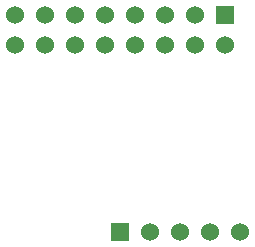
<source format=gbs>
G04 (created by PCBNEW (2013-05-31 BZR 4019)-stable) date 28/01/2014 18:03:58*
%MOIN*%
G04 Gerber Fmt 3.4, Leading zero omitted, Abs format*
%FSLAX34Y34*%
G01*
G70*
G90*
G04 APERTURE LIST*
%ADD10C,0.00590551*%
%ADD11R,0.06X0.06*%
%ADD12C,0.06*%
G04 APERTURE END LIST*
G54D10*
G54D11*
X24500Y-10500D03*
G54D12*
X24500Y-11500D03*
X23500Y-10500D03*
X23500Y-11500D03*
X22500Y-10500D03*
X22500Y-11500D03*
X21500Y-10500D03*
X21500Y-11500D03*
X20500Y-10500D03*
X20500Y-11500D03*
X19500Y-10500D03*
X19500Y-11500D03*
X18500Y-10500D03*
X18500Y-11500D03*
X17500Y-10500D03*
X17500Y-11500D03*
G54D11*
X21000Y-17750D03*
G54D12*
X22000Y-17750D03*
X23000Y-17750D03*
X24000Y-17750D03*
X25000Y-17750D03*
M02*

</source>
